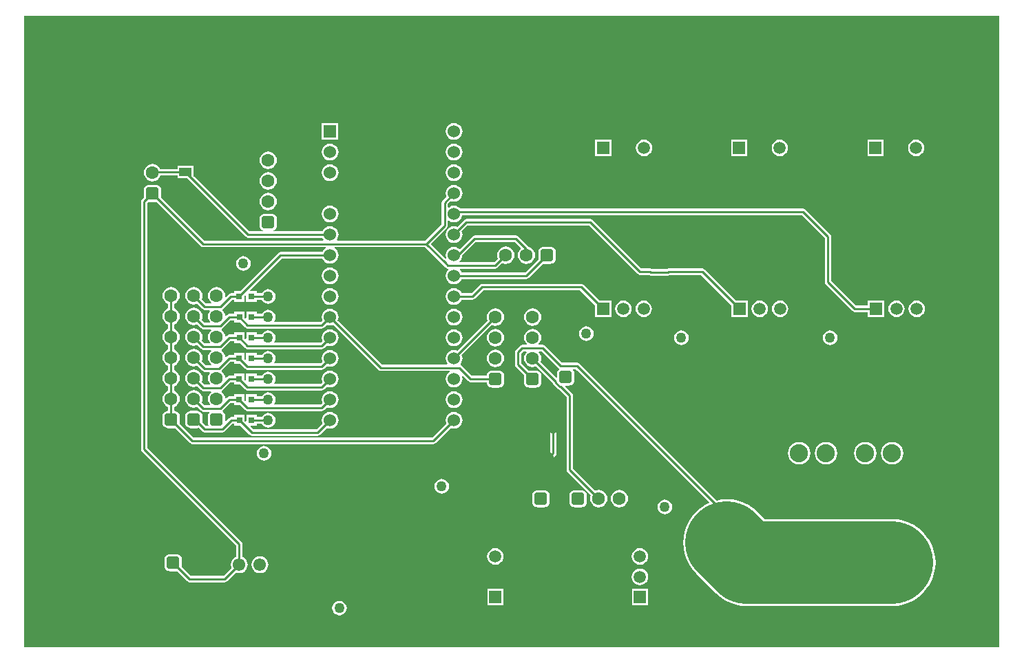
<source format=gbr>
G04*
G04 #@! TF.GenerationSoftware,Altium Limited,Altium Designer,24.1.2 (44)*
G04*
G04 Layer_Physical_Order=1*
G04 Layer_Color=255*
%FSLAX25Y25*%
%MOIN*%
G70*
G04*
G04 #@! TF.SameCoordinates,E3FF4B23-F407-445B-9987-FD0FFFC61A21*
G04*
G04*
G04 #@! TF.FilePolarity,Positive*
G04*
G01*
G75*
%ADD13C,0.01000*%
%ADD15R,0.03150X0.03150*%
%ADD16R,0.05906X0.03937*%
%ADD22C,0.08800*%
%ADD28C,0.06102*%
%ADD29R,0.06102X0.06102*%
%ADD31C,0.40000*%
%ADD32C,0.06000*%
%ADD33R,0.06000X0.06000*%
%ADD34C,0.06299*%
G04:AMPARAMS|DCode=35|XSize=62.99mil|YSize=62.99mil|CornerRadius=15.75mil|HoleSize=0mil|Usage=FLASHONLY|Rotation=90.000|XOffset=0mil|YOffset=0mil|HoleType=Round|Shape=RoundedRectangle|*
%AMROUNDEDRECTD35*
21,1,0.06299,0.03150,0,0,90.0*
21,1,0.03150,0.06299,0,0,90.0*
1,1,0.03150,0.01575,0.01575*
1,1,0.03150,0.01575,-0.01575*
1,1,0.03150,-0.01575,-0.01575*
1,1,0.03150,-0.01575,0.01575*
%
%ADD35ROUNDEDRECTD35*%
G04:AMPARAMS|DCode=36|XSize=62.99mil|YSize=62.99mil|CornerRadius=15.75mil|HoleSize=0mil|Usage=FLASHONLY|Rotation=180.000|XOffset=0mil|YOffset=0mil|HoleType=Round|Shape=RoundedRectangle|*
%AMROUNDEDRECTD36*
21,1,0.06299,0.03150,0,0,180.0*
21,1,0.03150,0.06299,0,0,180.0*
1,1,0.03150,-0.01575,0.01575*
1,1,0.03150,0.01575,0.01575*
1,1,0.03150,0.01575,-0.01575*
1,1,0.03150,-0.01575,-0.01575*
%
%ADD36ROUNDEDRECTD36*%
%ADD37C,0.35000*%
%ADD38R,0.05906X0.05906*%
%ADD39C,0.05906*%
%ADD40C,0.16772*%
%ADD41R,0.05906X0.05906*%
%ADD42C,0.05000*%
G36*
X638000Y234000D02*
X166000D01*
Y540000D01*
X638000D01*
Y234000D01*
D02*
G37*
%LPC*%
G36*
X318000Y488000D02*
X310000D01*
Y480000D01*
X318000D01*
Y488000D01*
D02*
G37*
G36*
X374000Y488034D02*
X372956Y487897D01*
X371983Y487494D01*
X371147Y486853D01*
X370506Y486017D01*
X370103Y485044D01*
X369966Y484000D01*
X370103Y482956D01*
X370506Y481983D01*
X371147Y481147D01*
X371983Y480506D01*
X372956Y480103D01*
X374000Y479965D01*
X375044Y480103D01*
X376017Y480506D01*
X376853Y481147D01*
X377494Y481983D01*
X377897Y482956D01*
X378034Y484000D01*
X377897Y485044D01*
X377494Y486017D01*
X376853Y486853D01*
X376017Y487494D01*
X375044Y487897D01*
X374000Y488034D01*
D02*
G37*
G36*
X581953Y479953D02*
X574047D01*
Y472047D01*
X581953D01*
Y479953D01*
D02*
G37*
G36*
X515953D02*
X508047D01*
Y472047D01*
X515953D01*
Y479953D01*
D02*
G37*
G36*
X450268D02*
X442362D01*
Y472047D01*
X450268D01*
Y479953D01*
D02*
G37*
G36*
X597685Y479987D02*
X596653Y479851D01*
X595692Y479453D01*
X594866Y478819D01*
X594232Y477993D01*
X593834Y477032D01*
X593698Y476000D01*
X593834Y474968D01*
X594232Y474007D01*
X594866Y473181D01*
X595692Y472547D01*
X596653Y472149D01*
X597685Y472013D01*
X598717Y472149D01*
X599679Y472547D01*
X600504Y473181D01*
X601138Y474007D01*
X601536Y474968D01*
X601672Y476000D01*
X601536Y477032D01*
X601138Y477993D01*
X600504Y478819D01*
X599679Y479453D01*
X598717Y479851D01*
X597685Y479987D01*
D02*
G37*
G36*
X531685D02*
X530653Y479851D01*
X529692Y479453D01*
X528866Y478819D01*
X528232Y477993D01*
X527834Y477032D01*
X527698Y476000D01*
X527834Y474968D01*
X528232Y474007D01*
X528866Y473181D01*
X529692Y472547D01*
X530653Y472149D01*
X531685Y472013D01*
X532717Y472149D01*
X533678Y472547D01*
X534504Y473181D01*
X535138Y474007D01*
X535536Y474968D01*
X535672Y476000D01*
X535536Y477032D01*
X535138Y477993D01*
X534504Y478819D01*
X533678Y479453D01*
X532717Y479851D01*
X531685Y479987D01*
D02*
G37*
G36*
X466000D02*
X464968Y479851D01*
X464007Y479453D01*
X463181Y478819D01*
X462547Y477993D01*
X462149Y477032D01*
X462013Y476000D01*
X462149Y474968D01*
X462547Y474007D01*
X463181Y473181D01*
X464007Y472547D01*
X464968Y472149D01*
X466000Y472013D01*
X467032Y472149D01*
X467993Y472547D01*
X468819Y473181D01*
X469453Y474007D01*
X469851Y474968D01*
X469987Y476000D01*
X469851Y477032D01*
X469453Y477993D01*
X468819Y478819D01*
X467993Y479453D01*
X467032Y479851D01*
X466000Y479987D01*
D02*
G37*
G36*
X374000Y478034D02*
X372956Y477897D01*
X371983Y477494D01*
X371147Y476853D01*
X370506Y476017D01*
X370103Y475044D01*
X369966Y474000D01*
X370103Y472956D01*
X370506Y471983D01*
X371147Y471147D01*
X371983Y470506D01*
X372956Y470103D01*
X374000Y469966D01*
X375044Y470103D01*
X376017Y470506D01*
X376853Y471147D01*
X377494Y471983D01*
X377897Y472956D01*
X378034Y474000D01*
X377897Y475044D01*
X377494Y476017D01*
X376853Y476853D01*
X376017Y477494D01*
X375044Y477897D01*
X374000Y478034D01*
D02*
G37*
G36*
X314000D02*
X312956Y477897D01*
X311983Y477494D01*
X311147Y476853D01*
X310506Y476017D01*
X310103Y475044D01*
X309965Y474000D01*
X310103Y472956D01*
X310506Y471983D01*
X311147Y471147D01*
X311983Y470506D01*
X312956Y470103D01*
X314000Y469966D01*
X315044Y470103D01*
X316017Y470506D01*
X316853Y471147D01*
X317494Y471983D01*
X317897Y472956D01*
X318035Y474000D01*
X317897Y475044D01*
X317494Y476017D01*
X316853Y476853D01*
X316017Y477494D01*
X315044Y477897D01*
X314000Y478034D01*
D02*
G37*
G36*
X284000Y474185D02*
X282917Y474043D01*
X281907Y473625D01*
X281041Y472960D01*
X280375Y472093D01*
X279957Y471083D01*
X279815Y470000D01*
X279957Y468917D01*
X280375Y467907D01*
X281041Y467040D01*
X281907Y466375D01*
X282917Y465957D01*
X284000Y465815D01*
X285083Y465957D01*
X286093Y466375D01*
X286960Y467040D01*
X287625Y467907D01*
X288043Y468917D01*
X288185Y470000D01*
X288043Y471083D01*
X287625Y472093D01*
X286960Y472960D01*
X286093Y473625D01*
X285083Y474043D01*
X284000Y474185D01*
D02*
G37*
G36*
X374000Y468035D02*
X372956Y467897D01*
X371983Y467494D01*
X371147Y466853D01*
X370506Y466017D01*
X370103Y465044D01*
X369966Y464000D01*
X370103Y462956D01*
X370506Y461983D01*
X371147Y461147D01*
X371983Y460506D01*
X372956Y460103D01*
X374000Y459966D01*
X375044Y460103D01*
X376017Y460506D01*
X376853Y461147D01*
X377494Y461983D01*
X377897Y462956D01*
X378034Y464000D01*
X377897Y465044D01*
X377494Y466017D01*
X376853Y466853D01*
X376017Y467494D01*
X375044Y467897D01*
X374000Y468035D01*
D02*
G37*
G36*
X314000D02*
X312956Y467897D01*
X311983Y467494D01*
X311147Y466853D01*
X310506Y466017D01*
X310103Y465044D01*
X309965Y464000D01*
X310103Y462956D01*
X310506Y461983D01*
X311147Y461147D01*
X311983Y460506D01*
X312956Y460103D01*
X314000Y459966D01*
X315044Y460103D01*
X316017Y460506D01*
X316853Y461147D01*
X317494Y461983D01*
X317897Y462956D01*
X318035Y464000D01*
X317897Y465044D01*
X317494Y466017D01*
X316853Y466853D01*
X316017Y467494D01*
X315044Y467897D01*
X314000Y468035D01*
D02*
G37*
G36*
X284000Y464185D02*
X282917Y464043D01*
X281907Y463625D01*
X281041Y462959D01*
X280375Y462093D01*
X279957Y461083D01*
X279815Y460000D01*
X279957Y458917D01*
X280375Y457907D01*
X281041Y457041D01*
X281907Y456375D01*
X282917Y455957D01*
X284000Y455815D01*
X285083Y455957D01*
X286093Y456375D01*
X286960Y457041D01*
X287625Y457907D01*
X288043Y458917D01*
X288185Y460000D01*
X288043Y461083D01*
X287625Y462093D01*
X286960Y462959D01*
X286093Y463625D01*
X285083Y464043D01*
X284000Y464185D01*
D02*
G37*
G36*
Y454185D02*
X282917Y454043D01*
X281907Y453625D01*
X281041Y452959D01*
X280375Y452093D01*
X279957Y451083D01*
X279815Y450000D01*
X279957Y448917D01*
X280375Y447907D01*
X281041Y447041D01*
X281907Y446375D01*
X282917Y445957D01*
X284000Y445815D01*
X285083Y445957D01*
X286093Y446375D01*
X286960Y447041D01*
X287625Y447907D01*
X288043Y448917D01*
X288185Y450000D01*
X288043Y451083D01*
X287625Y452093D01*
X286960Y452959D01*
X286093Y453625D01*
X285083Y454043D01*
X284000Y454185D01*
D02*
G37*
G36*
X314000Y448034D02*
X312956Y447897D01*
X311983Y447494D01*
X311147Y446853D01*
X310506Y446017D01*
X310103Y445044D01*
X309965Y444000D01*
X310103Y442956D01*
X310506Y441983D01*
X311147Y441147D01*
X311983Y440506D01*
X312956Y440103D01*
X314000Y439965D01*
X315044Y440103D01*
X316017Y440506D01*
X316853Y441147D01*
X317494Y441983D01*
X317897Y442956D01*
X318035Y444000D01*
X317897Y445044D01*
X317494Y446017D01*
X316853Y446853D01*
X316017Y447494D01*
X315044Y447897D01*
X314000Y448034D01*
D02*
G37*
G36*
X228000Y468185D02*
X226917Y468043D01*
X225907Y467625D01*
X225041Y466959D01*
X224375Y466093D01*
X223957Y465083D01*
X223815Y464000D01*
X223957Y462917D01*
X224375Y461907D01*
X225041Y461040D01*
X225907Y460375D01*
X226917Y459957D01*
X228000Y459815D01*
X229083Y459957D01*
X230093Y460375D01*
X230960Y461040D01*
X231625Y461907D01*
X231982Y462770D01*
X240047D01*
Y461331D01*
X244806D01*
X273218Y432919D01*
X273714Y432587D01*
X274299Y432471D01*
X310304D01*
X310506Y431983D01*
X310854Y431529D01*
X310607Y431029D01*
X253134D01*
X232121Y452042D01*
X232172Y452425D01*
Y455575D01*
X232083Y456247D01*
X231824Y456873D01*
X231411Y457411D01*
X230873Y457824D01*
X230247Y458083D01*
X229575Y458172D01*
X226425D01*
X225753Y458083D01*
X225127Y457824D01*
X224589Y457411D01*
X224176Y456873D01*
X223917Y456247D01*
X223828Y455575D01*
Y452425D01*
X223879Y452042D01*
X222919Y451081D01*
X222587Y450585D01*
X222471Y450000D01*
Y330000D01*
X222587Y329415D01*
X222919Y328919D01*
X268471Y283366D01*
Y277751D01*
X267957Y277539D01*
X267111Y276889D01*
X266461Y276043D01*
X266053Y275058D01*
X265914Y274000D01*
X266053Y272942D01*
X266266Y272429D01*
X262367Y268529D01*
X246634D01*
X242121Y273042D01*
X242172Y273425D01*
Y276575D01*
X242083Y277247D01*
X241824Y277873D01*
X241411Y278411D01*
X240873Y278824D01*
X240247Y279083D01*
X239575Y279172D01*
X236425D01*
X235753Y279083D01*
X235127Y278824D01*
X234589Y278411D01*
X234176Y277873D01*
X233917Y277247D01*
X233828Y276575D01*
Y273425D01*
X233917Y272753D01*
X234176Y272127D01*
X234589Y271589D01*
X235127Y271176D01*
X235753Y270917D01*
X236425Y270828D01*
X239575D01*
X239958Y270879D01*
X244919Y265919D01*
X245415Y265587D01*
X246000Y265471D01*
X263000D01*
X263585Y265587D01*
X264081Y265919D01*
X268429Y270266D01*
X268942Y270053D01*
X270000Y269914D01*
X271058Y270053D01*
X272043Y270461D01*
X272889Y271111D01*
X273539Y271957D01*
X273947Y272942D01*
X274086Y274000D01*
X273947Y275058D01*
X273539Y276043D01*
X272889Y276889D01*
X272043Y277539D01*
X271529Y277751D01*
Y284000D01*
X271413Y284585D01*
X271081Y285081D01*
X225529Y330633D01*
Y449367D01*
X226042Y449879D01*
X226425Y449828D01*
X229575D01*
X229958Y449879D01*
X251419Y428419D01*
X251915Y428087D01*
X252500Y427971D01*
X311700D01*
X311955Y427524D01*
X311952Y427471D01*
X311147Y426853D01*
X310506Y426017D01*
X310304Y425529D01*
X290000D01*
X289415Y425413D01*
X288919Y425081D01*
X270412Y406575D01*
X267425D01*
Y405529D01*
X266000D01*
X265415Y405413D01*
X264919Y405081D01*
X263615Y403778D01*
X263141Y404011D01*
X263185Y404347D01*
X263043Y405430D01*
X262625Y406439D01*
X261960Y407306D01*
X261093Y407971D01*
X260083Y408389D01*
X259000Y408532D01*
X257917Y408389D01*
X256907Y407971D01*
X256041Y407306D01*
X255375Y406439D01*
X254957Y405430D01*
X254815Y404347D01*
X254957Y403263D01*
X255375Y402254D01*
X256041Y401387D01*
X256506Y401029D01*
X256337Y400529D01*
X253980D01*
X251810Y402700D01*
X252043Y403263D01*
X252185Y404347D01*
X252043Y405430D01*
X251625Y406439D01*
X250959Y407306D01*
X250093Y407971D01*
X249083Y408389D01*
X248000Y408532D01*
X246917Y408389D01*
X245907Y407971D01*
X245040Y407306D01*
X244375Y406439D01*
X243957Y405430D01*
X243815Y404347D01*
X243957Y403263D01*
X244375Y402254D01*
X245040Y401387D01*
X245907Y400722D01*
X246917Y400304D01*
X248000Y400161D01*
X249083Y400304D01*
X249647Y400537D01*
X252265Y397919D01*
X252761Y397587D01*
X253346Y397471D01*
X255537D01*
X255783Y396971D01*
X255375Y396439D01*
X254957Y395430D01*
X254815Y394346D01*
X254957Y393263D01*
X255375Y392254D01*
X255780Y391726D01*
X255534Y391226D01*
X253283D01*
X251810Y392700D01*
X252043Y393263D01*
X252185Y394346D01*
X252043Y395430D01*
X251625Y396439D01*
X250959Y397306D01*
X250093Y397971D01*
X249083Y398389D01*
X248000Y398532D01*
X246917Y398389D01*
X245907Y397971D01*
X245040Y397306D01*
X244375Y396439D01*
X243957Y395430D01*
X243815Y394346D01*
X243957Y393263D01*
X244375Y392254D01*
X245040Y391387D01*
X245907Y390722D01*
X246917Y390304D01*
X248000Y390161D01*
X249083Y390304D01*
X249647Y390537D01*
X251568Y388615D01*
X252064Y388284D01*
X252650Y388168D01*
X256342D01*
X256511Y387667D01*
X256041Y387306D01*
X255375Y386439D01*
X254957Y385430D01*
X254815Y384347D01*
X254957Y383263D01*
X255375Y382254D01*
X255780Y381726D01*
X255534Y381226D01*
X253283D01*
X251810Y382700D01*
X252043Y383263D01*
X252185Y384347D01*
X252043Y385430D01*
X251625Y386439D01*
X250959Y387306D01*
X250093Y387971D01*
X249083Y388389D01*
X248000Y388532D01*
X246917Y388389D01*
X245907Y387971D01*
X245040Y387306D01*
X244375Y386439D01*
X243957Y385430D01*
X243815Y384347D01*
X243957Y383263D01*
X244375Y382254D01*
X245040Y381387D01*
X245907Y380722D01*
X246917Y380304D01*
X248000Y380161D01*
X249083Y380304D01*
X249647Y380537D01*
X251568Y378615D01*
X252064Y378284D01*
X252650Y378168D01*
X256342D01*
X256511Y377667D01*
X256041Y377306D01*
X255375Y376439D01*
X254957Y375430D01*
X254815Y374346D01*
X254957Y373263D01*
X255375Y372254D01*
X256041Y371387D01*
X256506Y371029D01*
X256337Y370529D01*
X253980D01*
X251810Y372700D01*
X252043Y373263D01*
X252185Y374346D01*
X252043Y375430D01*
X251625Y376439D01*
X250959Y377306D01*
X250093Y377971D01*
X249083Y378389D01*
X248000Y378532D01*
X246917Y378389D01*
X245907Y377971D01*
X245040Y377306D01*
X244375Y376439D01*
X243957Y375430D01*
X243815Y374346D01*
X243957Y373263D01*
X244375Y372254D01*
X245040Y371387D01*
X245907Y370722D01*
X246917Y370304D01*
X248000Y370161D01*
X249083Y370304D01*
X249647Y370537D01*
X252265Y367919D01*
X252761Y367587D01*
X253346Y367471D01*
X255537D01*
X255783Y366971D01*
X255375Y366439D01*
X254957Y365430D01*
X254815Y364347D01*
X254957Y363263D01*
X255375Y362254D01*
X255780Y361726D01*
X255534Y361226D01*
X253283D01*
X251810Y362700D01*
X252043Y363263D01*
X252185Y364347D01*
X252043Y365430D01*
X251625Y366439D01*
X250959Y367306D01*
X250093Y367971D01*
X249083Y368389D01*
X248000Y368532D01*
X246917Y368389D01*
X245907Y367971D01*
X245040Y367306D01*
X244375Y366439D01*
X243957Y365430D01*
X243815Y364347D01*
X243957Y363263D01*
X244375Y362254D01*
X245040Y361387D01*
X245907Y360722D01*
X246917Y360304D01*
X248000Y360161D01*
X249083Y360304D01*
X249647Y360537D01*
X251568Y358615D01*
X252064Y358284D01*
X252650Y358168D01*
X256342D01*
X256511Y357667D01*
X256041Y357306D01*
X255375Y356439D01*
X254957Y355430D01*
X254815Y354346D01*
X254957Y353263D01*
X255375Y352254D01*
X255780Y351726D01*
X255534Y351226D01*
X253283D01*
X251810Y352700D01*
X252043Y353263D01*
X252185Y354346D01*
X252043Y355430D01*
X251625Y356439D01*
X250959Y357306D01*
X250093Y357971D01*
X249083Y358389D01*
X248000Y358532D01*
X246917Y358389D01*
X245907Y357971D01*
X245040Y357306D01*
X244375Y356439D01*
X243957Y355430D01*
X243815Y354346D01*
X243957Y353263D01*
X244375Y352254D01*
X245040Y351387D01*
X245907Y350722D01*
X246917Y350304D01*
X248000Y350161D01*
X249083Y350304D01*
X249647Y350537D01*
X251568Y348615D01*
X252064Y348284D01*
X252650Y348167D01*
X255375D01*
X255520Y347668D01*
X255176Y347220D01*
X254917Y346593D01*
X254828Y345921D01*
Y342772D01*
X254917Y342099D01*
X255071Y341726D01*
X254770Y341226D01*
X253846D01*
X252172Y342901D01*
Y345921D01*
X252083Y346593D01*
X251824Y347220D01*
X251411Y347758D01*
X250873Y348170D01*
X250247Y348430D01*
X249575Y348518D01*
X246425D01*
X245753Y348430D01*
X245127Y348170D01*
X244589Y347758D01*
X244176Y347220D01*
X243917Y346593D01*
X243828Y345921D01*
Y342772D01*
X243917Y342099D01*
X244176Y341473D01*
X244589Y340935D01*
X245127Y340523D01*
X245753Y340263D01*
X246425Y340175D01*
X249575D01*
X250247Y340263D01*
X250414Y340333D01*
X252131Y338615D01*
X252628Y338284D01*
X253213Y338168D01*
X261848D01*
X262434Y338284D01*
X262930Y338615D01*
X266785Y342471D01*
X267520D01*
Y341425D01*
X270506D01*
X275013Y336919D01*
X275509Y336587D01*
X276095Y336471D01*
X308000D01*
X308585Y336587D01*
X309081Y336919D01*
X312468Y340305D01*
X312956Y340103D01*
X314000Y339966D01*
X315044Y340103D01*
X316017Y340506D01*
X316853Y341147D01*
X317494Y341983D01*
X317897Y342956D01*
X318035Y344000D01*
X317897Y345044D01*
X317494Y346017D01*
X316853Y346853D01*
X316017Y347494D01*
X315044Y347897D01*
X314000Y348035D01*
X312956Y347897D01*
X311983Y347494D01*
X311147Y346853D01*
X310506Y346017D01*
X310103Y345044D01*
X309965Y344000D01*
X310103Y342956D01*
X310305Y342468D01*
X307366Y339529D01*
X276728D01*
X275294Y340963D01*
X275485Y341425D01*
X278575D01*
Y342471D01*
X280845D01*
X280943Y342235D01*
X281504Y341504D01*
X282235Y340943D01*
X283086Y340590D01*
X284000Y340470D01*
X284914Y340590D01*
X285765Y340943D01*
X286496Y341504D01*
X287057Y342235D01*
X287410Y343086D01*
X287530Y344000D01*
X287410Y344914D01*
X287057Y345765D01*
X286496Y346496D01*
X285765Y347057D01*
X284914Y347410D01*
X284000Y347530D01*
X283086Y347410D01*
X282235Y347057D01*
X281504Y346496D01*
X280943Y345765D01*
X280845Y345529D01*
X278575D01*
Y346575D01*
X273425D01*
Y343640D01*
X272948Y343430D01*
X272669Y343653D01*
Y346575D01*
X267520D01*
Y345529D01*
X266152D01*
X265566Y345413D01*
X265070Y345081D01*
X263634Y343645D01*
X263172Y343836D01*
Y345921D01*
X263083Y346593D01*
X262824Y347220D01*
X262411Y347758D01*
X262045Y348039D01*
X262004Y348614D01*
X262007Y348615D01*
X265863Y352471D01*
X267425D01*
Y351425D01*
X270412D01*
X272919Y348919D01*
X273415Y348587D01*
X274000Y348471D01*
X310000D01*
X310585Y348587D01*
X311081Y348919D01*
X312468Y350305D01*
X312956Y350103D01*
X314000Y349966D01*
X315044Y350103D01*
X316017Y350506D01*
X316853Y351147D01*
X317494Y351983D01*
X317897Y352956D01*
X318035Y354000D01*
X317897Y355044D01*
X317494Y356017D01*
X316853Y356853D01*
X316017Y357494D01*
X315044Y357897D01*
X314000Y358034D01*
X312956Y357897D01*
X311983Y357494D01*
X311147Y356853D01*
X310506Y356017D01*
X310103Y355044D01*
X309965Y354000D01*
X310103Y352956D01*
X310305Y352468D01*
X309366Y351529D01*
X287081D01*
X286860Y351978D01*
X287057Y352235D01*
X287410Y353086D01*
X287530Y354000D01*
X287410Y354914D01*
X287057Y355765D01*
X286496Y356496D01*
X285765Y357057D01*
X284914Y357410D01*
X284000Y357530D01*
X283086Y357410D01*
X282235Y357057D01*
X281504Y356496D01*
X280943Y355765D01*
X280845Y355529D01*
X278480D01*
Y356575D01*
X273331D01*
Y353640D01*
X272854Y353430D01*
X272575Y353653D01*
Y356575D01*
X267425D01*
Y355529D01*
X265229D01*
X264644Y355413D01*
X264148Y355081D01*
X263657Y354591D01*
X263130Y354770D01*
X263043Y355430D01*
X262625Y356439D01*
X261960Y357306D01*
X261383Y357749D01*
X261507Y358283D01*
X261511Y358284D01*
X262007Y358615D01*
X265863Y362471D01*
X267425D01*
Y361425D01*
X270412D01*
X272919Y358919D01*
X273415Y358587D01*
X274000Y358471D01*
X310000D01*
X310585Y358587D01*
X311081Y358919D01*
X312468Y360305D01*
X312956Y360103D01*
X314000Y359965D01*
X315044Y360103D01*
X316017Y360506D01*
X316853Y361147D01*
X317494Y361983D01*
X317897Y362956D01*
X318035Y364000D01*
X317897Y365044D01*
X317494Y366017D01*
X316853Y366853D01*
X316017Y367494D01*
X315044Y367897D01*
X314000Y368035D01*
X312956Y367897D01*
X311983Y367494D01*
X311147Y366853D01*
X310506Y366017D01*
X310103Y365044D01*
X309965Y364000D01*
X310103Y362956D01*
X310305Y362468D01*
X309366Y361529D01*
X287081D01*
X286860Y361978D01*
X287057Y362235D01*
X287410Y363086D01*
X287530Y364000D01*
X287410Y364914D01*
X287057Y365765D01*
X286496Y366496D01*
X285765Y367057D01*
X284914Y367410D01*
X284000Y367530D01*
X283086Y367410D01*
X282235Y367057D01*
X281504Y366496D01*
X280943Y365765D01*
X280845Y365529D01*
X278480D01*
Y366575D01*
X273331D01*
Y363640D01*
X272854Y363430D01*
X272575Y363653D01*
Y366575D01*
X267425D01*
Y365529D01*
X265229D01*
X264644Y365413D01*
X264148Y365081D01*
X263657Y364591D01*
X263130Y364771D01*
X263043Y365430D01*
X262625Y366439D01*
X261960Y367306D01*
X261637Y367554D01*
X261602Y368210D01*
X265863Y372471D01*
X267425D01*
Y371425D01*
X270412D01*
X272919Y368919D01*
X273415Y368587D01*
X274000Y368471D01*
X310000D01*
X310585Y368587D01*
X311081Y368919D01*
X312468Y370305D01*
X312956Y370103D01*
X314000Y369966D01*
X315044Y370103D01*
X316017Y370506D01*
X316853Y371147D01*
X317494Y371983D01*
X317897Y372956D01*
X318035Y374000D01*
X317897Y375044D01*
X317494Y376017D01*
X316853Y376853D01*
X316017Y377494D01*
X315044Y377897D01*
X314000Y378034D01*
X312956Y377897D01*
X311983Y377494D01*
X311147Y376853D01*
X310506Y376017D01*
X310103Y375044D01*
X309965Y374000D01*
X310103Y372956D01*
X310305Y372468D01*
X309366Y371529D01*
X287081D01*
X286860Y371978D01*
X287057Y372235D01*
X287410Y373086D01*
X287530Y374000D01*
X287410Y374914D01*
X287057Y375765D01*
X286496Y376496D01*
X285765Y377057D01*
X284914Y377410D01*
X284000Y377530D01*
X283086Y377410D01*
X282235Y377057D01*
X281504Y376496D01*
X280943Y375765D01*
X280845Y375529D01*
X278480D01*
Y376575D01*
X273331D01*
Y373640D01*
X272854Y373430D01*
X272575Y373653D01*
Y376575D01*
X267425D01*
Y375529D01*
X265229D01*
X264644Y375413D01*
X264148Y375081D01*
X263657Y374591D01*
X263130Y374770D01*
X263043Y375430D01*
X262625Y376439D01*
X261960Y377306D01*
X261383Y377748D01*
X261507Y378283D01*
X261511Y378284D01*
X262007Y378615D01*
X265863Y382471D01*
X267520D01*
Y381425D01*
X270412D01*
X272919Y378919D01*
X273415Y378587D01*
X274000Y378471D01*
X310000D01*
X310585Y378587D01*
X311081Y378919D01*
X312468Y380305D01*
X312956Y380103D01*
X314000Y379965D01*
X315044Y380103D01*
X316017Y380506D01*
X316853Y381147D01*
X317494Y381983D01*
X317897Y382956D01*
X318035Y384000D01*
X317897Y385044D01*
X317494Y386017D01*
X316853Y386853D01*
X316017Y387494D01*
X315044Y387897D01*
X314000Y388035D01*
X312956Y387897D01*
X311983Y387494D01*
X311147Y386853D01*
X310506Y386017D01*
X310103Y385044D01*
X309965Y384000D01*
X310103Y382956D01*
X310305Y382468D01*
X309366Y381529D01*
X287081D01*
X286860Y381978D01*
X287057Y382235D01*
X287410Y383086D01*
X287530Y384000D01*
X287410Y384914D01*
X287057Y385765D01*
X286496Y386496D01*
X285765Y387057D01*
X284914Y387410D01*
X284000Y387530D01*
X283086Y387410D01*
X282235Y387057D01*
X281504Y386496D01*
X280943Y385765D01*
X280845Y385529D01*
X278575D01*
Y386575D01*
X273425D01*
Y383545D01*
X272948Y383335D01*
X272669Y383559D01*
Y386575D01*
X267520D01*
Y385529D01*
X265229D01*
X264644Y385413D01*
X264148Y385081D01*
X263657Y384591D01*
X263130Y384770D01*
X263043Y385430D01*
X262625Y386439D01*
X261960Y387306D01*
X261383Y387749D01*
X261507Y388283D01*
X261511Y388284D01*
X262007Y388615D01*
X265863Y392471D01*
X267520D01*
Y391425D01*
X270412D01*
X272919Y388919D01*
X273415Y388587D01*
X274000Y388471D01*
X310000D01*
X310585Y388587D01*
X311081Y388919D01*
X312468Y390305D01*
X312956Y390103D01*
X314000Y389966D01*
X315044Y390103D01*
X315532Y390305D01*
X337419Y368419D01*
X337915Y368087D01*
X338500Y367971D01*
X371700D01*
X371955Y367524D01*
X371952Y367471D01*
X371147Y366853D01*
X370506Y366017D01*
X370103Y365044D01*
X369966Y364000D01*
X370103Y362956D01*
X370506Y361983D01*
X371147Y361147D01*
X371983Y360506D01*
X372956Y360103D01*
X374000Y359965D01*
X375044Y360103D01*
X376017Y360506D01*
X376853Y361147D01*
X377494Y361983D01*
X377897Y362956D01*
X378034Y364000D01*
X377897Y365044D01*
X377764Y365366D01*
X378187Y365650D01*
X380919Y362919D01*
X381415Y362587D01*
X382000Y362471D01*
X389828D01*
Y362425D01*
X389917Y361753D01*
X390176Y361127D01*
X390589Y360589D01*
X391127Y360176D01*
X391753Y359917D01*
X392425Y359828D01*
X395575D01*
X396247Y359917D01*
X396873Y360176D01*
X397411Y360589D01*
X397824Y361127D01*
X398083Y361753D01*
X398172Y362425D01*
Y365575D01*
X398083Y366247D01*
X397824Y366873D01*
X397411Y367411D01*
X396873Y367824D01*
X396247Y368083D01*
X395575Y368172D01*
X392425D01*
X391753Y368083D01*
X391127Y367824D01*
X390589Y367411D01*
X390176Y366873D01*
X389917Y366247D01*
X389828Y365575D01*
Y365529D01*
X382633D01*
X377581Y370581D01*
X377218Y370824D01*
X377072Y371294D01*
X377067Y371426D01*
X377494Y371983D01*
X377897Y372956D01*
X378034Y374000D01*
X377897Y375044D01*
X377695Y375532D01*
X392353Y390191D01*
X392917Y389957D01*
X394000Y389815D01*
X395083Y389957D01*
X396093Y390375D01*
X396959Y391040D01*
X397625Y391907D01*
X398043Y392917D01*
X398185Y394000D01*
X398043Y395083D01*
X397625Y396093D01*
X396959Y396959D01*
X396093Y397625D01*
X395083Y398043D01*
X394000Y398185D01*
X392917Y398043D01*
X391907Y397625D01*
X391040Y396959D01*
X390375Y396093D01*
X389957Y395083D01*
X389815Y394000D01*
X389957Y392917D01*
X390191Y392353D01*
X375532Y377695D01*
X375044Y377897D01*
X374000Y378034D01*
X372956Y377897D01*
X371983Y377494D01*
X371147Y376853D01*
X370506Y376017D01*
X370103Y375044D01*
X369966Y374000D01*
X370103Y372956D01*
X370506Y371983D01*
X370854Y371529D01*
X370607Y371029D01*
X339134D01*
X317695Y392468D01*
X317897Y392956D01*
X318035Y394000D01*
X317897Y395044D01*
X317494Y396017D01*
X316853Y396853D01*
X316017Y397494D01*
X315044Y397897D01*
X314000Y398035D01*
X312956Y397897D01*
X311983Y397494D01*
X311147Y396853D01*
X310506Y396017D01*
X310103Y395044D01*
X309965Y394000D01*
X310103Y392956D01*
X310305Y392468D01*
X309366Y391529D01*
X287081D01*
X286860Y391978D01*
X287057Y392235D01*
X287410Y393086D01*
X287530Y394000D01*
X287410Y394914D01*
X287057Y395765D01*
X286496Y396496D01*
X285765Y397057D01*
X284914Y397410D01*
X284000Y397530D01*
X283086Y397410D01*
X282235Y397057D01*
X281504Y396496D01*
X280943Y395765D01*
X280845Y395529D01*
X278575D01*
Y396575D01*
X273425D01*
Y393545D01*
X272948Y393335D01*
X272669Y393559D01*
Y396575D01*
X267520D01*
Y395529D01*
X265229D01*
X264644Y395413D01*
X264148Y395081D01*
X263657Y394591D01*
X263130Y394771D01*
X263043Y395430D01*
X262625Y396439D01*
X261995Y397260D01*
X261934Y397439D01*
X261946Y397828D01*
X262081Y397919D01*
X266634Y402471D01*
X267425D01*
Y401425D01*
X272575D01*
Y404347D01*
X272854Y404570D01*
X273331Y404360D01*
Y401425D01*
X278480D01*
Y402471D01*
X280845D01*
X280943Y402235D01*
X281504Y401504D01*
X282235Y400943D01*
X283086Y400590D01*
X284000Y400470D01*
X284914Y400590D01*
X285765Y400943D01*
X286496Y401504D01*
X287057Y402235D01*
X287410Y403086D01*
X287530Y404000D01*
X287410Y404914D01*
X287057Y405765D01*
X286496Y406496D01*
X285765Y407057D01*
X284914Y407410D01*
X284000Y407530D01*
X283086Y407410D01*
X282235Y407057D01*
X281504Y406496D01*
X280943Y405765D01*
X280845Y405529D01*
X278480D01*
Y406575D01*
X275391D01*
X275200Y407037D01*
X290634Y422471D01*
X310304D01*
X310506Y421983D01*
X311147Y421147D01*
X311983Y420506D01*
X312956Y420103D01*
X314000Y419966D01*
X315044Y420103D01*
X316017Y420506D01*
X316853Y421147D01*
X317494Y421983D01*
X317897Y422956D01*
X318035Y424000D01*
X317897Y425044D01*
X317494Y426017D01*
X316853Y426853D01*
X316048Y427471D01*
X316045Y427524D01*
X316300Y427971D01*
X359866D01*
X368693Y419144D01*
X368693Y419144D01*
X369918Y417919D01*
X370415Y417587D01*
X371000Y417471D01*
X371175D01*
X371335Y416997D01*
X371147Y416853D01*
X370506Y416017D01*
X370103Y415044D01*
X369966Y414000D01*
X370103Y412956D01*
X370506Y411983D01*
X371147Y411147D01*
X371983Y410506D01*
X372956Y410103D01*
X374000Y409966D01*
X375044Y410103D01*
X376017Y410506D01*
X376853Y411147D01*
X377494Y411983D01*
X377696Y412471D01*
X409000D01*
X409585Y412587D01*
X410081Y412919D01*
X417042Y419879D01*
X417425Y419828D01*
X420575D01*
X421247Y419917D01*
X421873Y420176D01*
X422411Y420589D01*
X422824Y421127D01*
X423083Y421753D01*
X423172Y422425D01*
Y425575D01*
X423083Y426247D01*
X422824Y426873D01*
X422411Y427411D01*
X421873Y427824D01*
X421247Y428083D01*
X420575Y428172D01*
X417425D01*
X416753Y428083D01*
X416127Y427824D01*
X415589Y427411D01*
X415176Y426873D01*
X414917Y426247D01*
X414828Y425575D01*
Y422425D01*
X414879Y422042D01*
X408366Y415529D01*
X377696D01*
X377494Y416017D01*
X376853Y416853D01*
X376665Y416997D01*
X376825Y417471D01*
X387734D01*
X387734Y417471D01*
X394000D01*
X394585Y417587D01*
X395081Y417918D01*
X397353Y420190D01*
X397917Y419957D01*
X399000Y419815D01*
X400083Y419957D01*
X401093Y420375D01*
X401960Y421040D01*
X402625Y421907D01*
X403043Y422917D01*
X403185Y424000D01*
X403043Y425083D01*
X402625Y426093D01*
X401960Y426960D01*
X401093Y427625D01*
X400083Y428043D01*
X399000Y428185D01*
X397917Y428043D01*
X396907Y427625D01*
X396041Y426960D01*
X395375Y426093D01*
X394957Y425083D01*
X394815Y424000D01*
X394957Y422917D01*
X395191Y422353D01*
X393367Y420529D01*
X387734D01*
X387734Y420529D01*
X376825D01*
X376665Y421003D01*
X376853Y421147D01*
X377494Y421983D01*
X377897Y422956D01*
X378015Y423852D01*
X384633Y430471D01*
X403367D01*
X406246Y427591D01*
X406213Y427092D01*
X406040Y426960D01*
X405375Y426093D01*
X404957Y425083D01*
X404815Y424000D01*
X404957Y422917D01*
X405375Y421907D01*
X406040Y421040D01*
X406907Y420375D01*
X407917Y419957D01*
X409000Y419815D01*
X410083Y419957D01*
X411093Y420375D01*
X411960Y421040D01*
X412625Y421907D01*
X413043Y422917D01*
X413185Y424000D01*
X413043Y425083D01*
X412625Y426093D01*
X411960Y426960D01*
X411093Y427625D01*
X410116Y428029D01*
X410081Y428081D01*
X405081Y433081D01*
X404585Y433413D01*
X404000Y433529D01*
X384000D01*
X383415Y433413D01*
X382919Y433081D01*
X376761Y426924D01*
X376017Y427494D01*
X375044Y427897D01*
X374000Y428034D01*
X372956Y427897D01*
X371983Y427494D01*
X371147Y426853D01*
X370506Y426017D01*
X370103Y425044D01*
X369966Y424000D01*
X370103Y422956D01*
X370236Y422634D01*
X369812Y422350D01*
X362663Y429500D01*
X370581Y437419D01*
X370913Y437915D01*
X371029Y438500D01*
Y440607D01*
X371529Y440854D01*
X371983Y440506D01*
X372956Y440103D01*
X374000Y439965D01*
X375044Y440103D01*
X376017Y440506D01*
X376853Y441147D01*
X377494Y441983D01*
X377897Y442956D01*
X377965Y443471D01*
X542367D01*
X553471Y432367D01*
Y411000D01*
X553587Y410415D01*
X553919Y409919D01*
X566919Y396919D01*
X567415Y396587D01*
X568000Y396471D01*
X568000Y396471D01*
X574362D01*
Y394047D01*
X582268D01*
Y401953D01*
X574362D01*
Y399529D01*
X568634D01*
X556529Y411633D01*
Y433000D01*
X556413Y433585D01*
X556081Y434081D01*
X544081Y446081D01*
X543585Y446413D01*
X543000Y446529D01*
X377101D01*
X376853Y446853D01*
X376017Y447494D01*
X375044Y447897D01*
X374000Y448034D01*
X372956Y447897D01*
X371983Y447494D01*
X371529Y447146D01*
X371029Y447393D01*
Y448867D01*
X372468Y450305D01*
X372956Y450103D01*
X374000Y449965D01*
X375044Y450103D01*
X376017Y450506D01*
X376853Y451147D01*
X377494Y451983D01*
X377897Y452956D01*
X378034Y454000D01*
X377897Y455044D01*
X377494Y456017D01*
X376853Y456853D01*
X376017Y457494D01*
X375044Y457897D01*
X374000Y458035D01*
X372956Y457897D01*
X371983Y457494D01*
X371147Y456853D01*
X370506Y456017D01*
X370103Y455044D01*
X369966Y454000D01*
X370103Y452956D01*
X370305Y452468D01*
X368419Y450581D01*
X368087Y450085D01*
X367971Y449500D01*
Y439134D01*
X359866Y431029D01*
X317393D01*
X317146Y431529D01*
X317494Y431983D01*
X317897Y432956D01*
X318035Y434000D01*
X317897Y435044D01*
X317494Y436017D01*
X316853Y436853D01*
X316017Y437494D01*
X315044Y437897D01*
X314000Y438034D01*
X312956Y437897D01*
X311983Y437494D01*
X311147Y436853D01*
X310506Y436017D01*
X310304Y435529D01*
X286619D01*
X286519Y436029D01*
X286873Y436176D01*
X287411Y436589D01*
X287824Y437127D01*
X288083Y437753D01*
X288172Y438425D01*
Y441575D01*
X288083Y442247D01*
X287824Y442873D01*
X287411Y443411D01*
X286873Y443824D01*
X286247Y444083D01*
X285575Y444172D01*
X282425D01*
X281753Y444083D01*
X281127Y443824D01*
X280589Y443411D01*
X280176Y442873D01*
X279917Y442247D01*
X279828Y441575D01*
Y438425D01*
X279917Y437753D01*
X280176Y437127D01*
X280589Y436589D01*
X281127Y436176D01*
X281481Y436029D01*
X281381Y435529D01*
X274933D01*
X247953Y462509D01*
Y467268D01*
X240047D01*
Y465829D01*
X231734D01*
X231625Y466093D01*
X230960Y466959D01*
X230093Y467625D01*
X229083Y468043D01*
X228000Y468185D01*
D02*
G37*
G36*
X272000Y423530D02*
X271086Y423410D01*
X270235Y423057D01*
X269504Y422496D01*
X268943Y421765D01*
X268590Y420914D01*
X268470Y420000D01*
X268590Y419086D01*
X268943Y418235D01*
X269504Y417504D01*
X270235Y416943D01*
X271086Y416590D01*
X272000Y416470D01*
X272914Y416590D01*
X273765Y416943D01*
X274496Y417504D01*
X275057Y418235D01*
X275410Y419086D01*
X275530Y420000D01*
X275410Y420914D01*
X275057Y421765D01*
X274496Y422496D01*
X273765Y423057D01*
X272914Y423410D01*
X272000Y423530D01*
D02*
G37*
G36*
X314000Y418035D02*
X312956Y417897D01*
X311983Y417494D01*
X311147Y416853D01*
X310506Y416017D01*
X310103Y415044D01*
X309965Y414000D01*
X310103Y412956D01*
X310506Y411983D01*
X311147Y411147D01*
X311983Y410506D01*
X312956Y410103D01*
X314000Y409966D01*
X315044Y410103D01*
X316017Y410506D01*
X316853Y411147D01*
X317494Y411983D01*
X317897Y412956D01*
X318035Y414000D01*
X317897Y415044D01*
X317494Y416017D01*
X316853Y416853D01*
X316017Y417494D01*
X315044Y417897D01*
X314000Y418035D01*
D02*
G37*
G36*
X435508Y410179D02*
X387650D01*
X387064Y410063D01*
X386568Y409731D01*
X382366Y405529D01*
X377696D01*
X377494Y406017D01*
X376853Y406853D01*
X376017Y407494D01*
X375044Y407897D01*
X374000Y408035D01*
X372956Y407897D01*
X371983Y407494D01*
X371147Y406853D01*
X370506Y406017D01*
X370103Y405044D01*
X369966Y404000D01*
X370103Y402956D01*
X370506Y401983D01*
X371147Y401147D01*
X371983Y400506D01*
X372956Y400103D01*
X374000Y399966D01*
X375044Y400103D01*
X376017Y400506D01*
X376853Y401147D01*
X377494Y401983D01*
X377696Y402471D01*
X383000D01*
X383585Y402587D01*
X384081Y402919D01*
X388283Y407120D01*
X434874D01*
X442205Y399790D01*
Y394047D01*
X450110D01*
Y401953D01*
X444368D01*
X436589Y409731D01*
X436093Y410063D01*
X435508Y410179D01*
D02*
G37*
G36*
X314000Y408035D02*
X312956Y407897D01*
X311983Y407494D01*
X311147Y406853D01*
X310506Y406017D01*
X310103Y405044D01*
X309965Y404000D01*
X310103Y402956D01*
X310506Y401983D01*
X311147Y401147D01*
X311983Y400506D01*
X312956Y400103D01*
X314000Y399966D01*
X315044Y400103D01*
X316017Y400506D01*
X316853Y401147D01*
X317494Y401983D01*
X317897Y402956D01*
X318035Y404000D01*
X317897Y405044D01*
X317494Y406017D01*
X316853Y406853D01*
X316017Y407494D01*
X315044Y407897D01*
X314000Y408035D01*
D02*
G37*
G36*
X440000Y441529D02*
X380000D01*
X379415Y441413D01*
X378919Y441081D01*
X375532Y437695D01*
X375044Y437897D01*
X374000Y438034D01*
X372956Y437897D01*
X371983Y437494D01*
X371147Y436853D01*
X370506Y436017D01*
X370103Y435044D01*
X369966Y434000D01*
X370103Y432956D01*
X370506Y431983D01*
X371147Y431147D01*
X371983Y430506D01*
X372956Y430103D01*
X374000Y429965D01*
X375044Y430103D01*
X376017Y430506D01*
X376853Y431147D01*
X377494Y431983D01*
X377897Y432956D01*
X378034Y434000D01*
X377897Y435044D01*
X377695Y435532D01*
X380633Y438471D01*
X439366D01*
X462919Y414919D01*
X463415Y414587D01*
X464000Y414471D01*
X468328D01*
X468643Y414260D01*
X469228Y414144D01*
X477418D01*
X478003Y414260D01*
X478318Y414471D01*
X493524D01*
X508205Y399790D01*
Y394047D01*
X516110D01*
Y401953D01*
X510368D01*
X495239Y417081D01*
X494743Y417413D01*
X494158Y417529D01*
X477744D01*
X477159Y417413D01*
X476844Y417203D01*
X469801D01*
X469487Y417413D01*
X468901Y417529D01*
X464634D01*
X441081Y441081D01*
X440585Y441413D01*
X440000Y441529D01*
D02*
G37*
G36*
X598000Y401987D02*
X596968Y401851D01*
X596007Y401453D01*
X595181Y400819D01*
X594547Y399993D01*
X594149Y399032D01*
X594013Y398000D01*
X594149Y396968D01*
X594547Y396007D01*
X595181Y395181D01*
X596007Y394547D01*
X596968Y394149D01*
X598000Y394013D01*
X599032Y394149D01*
X599993Y394547D01*
X600819Y395181D01*
X601453Y396007D01*
X601851Y396968D01*
X601987Y398000D01*
X601851Y399032D01*
X601453Y399993D01*
X600819Y400819D01*
X599993Y401453D01*
X599032Y401851D01*
X598000Y401987D01*
D02*
G37*
G36*
X588158D02*
X587126Y401851D01*
X586164Y401453D01*
X585338Y400819D01*
X584705Y399993D01*
X584306Y399032D01*
X584171Y398000D01*
X584306Y396968D01*
X584705Y396007D01*
X585338Y395181D01*
X586164Y394547D01*
X587126Y394149D01*
X588158Y394013D01*
X589189Y394149D01*
X590151Y394547D01*
X590977Y395181D01*
X591610Y396007D01*
X592008Y396968D01*
X592144Y398000D01*
X592008Y399032D01*
X591610Y399993D01*
X590977Y400819D01*
X590151Y401453D01*
X589189Y401851D01*
X588158Y401987D01*
D02*
G37*
G36*
X531843D02*
X530811Y401851D01*
X529849Y401453D01*
X529023Y400819D01*
X528390Y399993D01*
X527991Y399032D01*
X527856Y398000D01*
X527991Y396968D01*
X528390Y396007D01*
X529023Y395181D01*
X529849Y394547D01*
X530811Y394149D01*
X531843Y394013D01*
X532874Y394149D01*
X533836Y394547D01*
X534662Y395181D01*
X535295Y396007D01*
X535694Y396968D01*
X535829Y398000D01*
X535694Y399032D01*
X535295Y399993D01*
X534662Y400819D01*
X533836Y401453D01*
X532874Y401851D01*
X531843Y401987D01*
D02*
G37*
G36*
X522000D02*
X520968Y401851D01*
X520007Y401453D01*
X519181Y400819D01*
X518547Y399993D01*
X518149Y399032D01*
X518013Y398000D01*
X518149Y396968D01*
X518547Y396007D01*
X519181Y395181D01*
X520007Y394547D01*
X520968Y394149D01*
X522000Y394013D01*
X523032Y394149D01*
X523993Y394547D01*
X524819Y395181D01*
X525453Y396007D01*
X525851Y396968D01*
X525987Y398000D01*
X525851Y399032D01*
X525453Y399993D01*
X524819Y400819D01*
X523993Y401453D01*
X523032Y401851D01*
X522000Y401987D01*
D02*
G37*
G36*
X465842D02*
X464811Y401851D01*
X463849Y401453D01*
X463023Y400819D01*
X462390Y399993D01*
X461992Y399032D01*
X461856Y398000D01*
X461992Y396968D01*
X462390Y396007D01*
X463023Y395181D01*
X463849Y394547D01*
X464811Y394149D01*
X465842Y394013D01*
X466874Y394149D01*
X467836Y394547D01*
X468662Y395181D01*
X469295Y396007D01*
X469694Y396968D01*
X469829Y398000D01*
X469694Y399032D01*
X469295Y399993D01*
X468662Y400819D01*
X467836Y401453D01*
X466874Y401851D01*
X465842Y401987D01*
D02*
G37*
G36*
X456000D02*
X454968Y401851D01*
X454007Y401453D01*
X453181Y400819D01*
X452547Y399993D01*
X452149Y399032D01*
X452013Y398000D01*
X452149Y396968D01*
X452547Y396007D01*
X453181Y395181D01*
X454007Y394547D01*
X454968Y394149D01*
X456000Y394013D01*
X457032Y394149D01*
X457993Y394547D01*
X458819Y395181D01*
X459453Y396007D01*
X459851Y396968D01*
X459987Y398000D01*
X459851Y399032D01*
X459453Y399993D01*
X458819Y400819D01*
X457993Y401453D01*
X457032Y401851D01*
X456000Y401987D01*
D02*
G37*
G36*
X374000Y398035D02*
X372956Y397897D01*
X371983Y397494D01*
X371147Y396853D01*
X370506Y396017D01*
X370103Y395044D01*
X369966Y394000D01*
X370103Y392956D01*
X370506Y391983D01*
X371147Y391147D01*
X371983Y390506D01*
X372956Y390103D01*
X374000Y389966D01*
X375044Y390103D01*
X376017Y390506D01*
X376853Y391147D01*
X377494Y391983D01*
X377897Y392956D01*
X378034Y394000D01*
X377897Y395044D01*
X377494Y396017D01*
X376853Y396853D01*
X376017Y397494D01*
X375044Y397897D01*
X374000Y398035D01*
D02*
G37*
G36*
X412000Y398185D02*
X410917Y398043D01*
X409907Y397625D01*
X409040Y396959D01*
X408375Y396093D01*
X407957Y395083D01*
X407815Y394000D01*
X407957Y392917D01*
X408375Y391907D01*
X409040Y391040D01*
X409907Y390375D01*
X410917Y389957D01*
X412000Y389815D01*
X413083Y389957D01*
X414093Y390375D01*
X414959Y391040D01*
X415625Y391907D01*
X416043Y392917D01*
X416185Y394000D01*
X416043Y395083D01*
X415625Y396093D01*
X414959Y396959D01*
X414093Y397625D01*
X413083Y398043D01*
X412000Y398185D01*
D02*
G37*
G36*
X438000Y389530D02*
X437086Y389410D01*
X436235Y389057D01*
X435504Y388496D01*
X434943Y387765D01*
X434590Y386914D01*
X434470Y386000D01*
X434590Y385086D01*
X434943Y384235D01*
X435504Y383504D01*
X436235Y382943D01*
X437086Y382590D01*
X438000Y382470D01*
X438914Y382590D01*
X439765Y382943D01*
X440496Y383504D01*
X441057Y384235D01*
X441410Y385086D01*
X441530Y386000D01*
X441410Y386914D01*
X441057Y387765D01*
X440496Y388496D01*
X439765Y389057D01*
X438914Y389410D01*
X438000Y389530D01*
D02*
G37*
G36*
X556000Y387530D02*
X555086Y387410D01*
X554235Y387057D01*
X553504Y386496D01*
X552943Y385765D01*
X552590Y384914D01*
X552470Y384000D01*
X552590Y383086D01*
X552943Y382235D01*
X553504Y381504D01*
X554235Y380943D01*
X555086Y380590D01*
X556000Y380470D01*
X556914Y380590D01*
X557765Y380943D01*
X558496Y381504D01*
X559057Y382235D01*
X559410Y383086D01*
X559530Y384000D01*
X559410Y384914D01*
X559057Y385765D01*
X558496Y386496D01*
X557765Y387057D01*
X556914Y387410D01*
X556000Y387530D01*
D02*
G37*
G36*
X484000D02*
X483086Y387410D01*
X482235Y387057D01*
X481504Y386496D01*
X480943Y385765D01*
X480590Y384914D01*
X480470Y384000D01*
X480590Y383086D01*
X480943Y382235D01*
X481504Y381504D01*
X482235Y380943D01*
X483086Y380590D01*
X484000Y380470D01*
X484914Y380590D01*
X485765Y380943D01*
X486496Y381504D01*
X487057Y382235D01*
X487410Y383086D01*
X487530Y384000D01*
X487410Y384914D01*
X487057Y385765D01*
X486496Y386496D01*
X485765Y387057D01*
X484914Y387410D01*
X484000Y387530D01*
D02*
G37*
G36*
X374000Y388035D02*
X372956Y387897D01*
X371983Y387494D01*
X371147Y386853D01*
X370506Y386017D01*
X370103Y385044D01*
X369966Y384000D01*
X370103Y382956D01*
X370506Y381983D01*
X371147Y381147D01*
X371983Y380506D01*
X372956Y380103D01*
X374000Y379965D01*
X375044Y380103D01*
X376017Y380506D01*
X376853Y381147D01*
X377494Y381983D01*
X377897Y382956D01*
X378034Y384000D01*
X377897Y385044D01*
X377494Y386017D01*
X376853Y386853D01*
X376017Y387494D01*
X375044Y387897D01*
X374000Y388035D01*
D02*
G37*
G36*
X394000Y388185D02*
X392917Y388043D01*
X391907Y387625D01*
X391040Y386960D01*
X390375Y386093D01*
X389957Y385083D01*
X389815Y384000D01*
X389957Y382917D01*
X390375Y381907D01*
X391040Y381041D01*
X391907Y380375D01*
X392917Y379957D01*
X394000Y379815D01*
X395083Y379957D01*
X396093Y380375D01*
X396959Y381041D01*
X397625Y381907D01*
X398043Y382917D01*
X398185Y384000D01*
X398043Y385083D01*
X397625Y386093D01*
X396959Y386960D01*
X396093Y387625D01*
X395083Y388043D01*
X394000Y388185D01*
D02*
G37*
G36*
Y378185D02*
X392917Y378043D01*
X391907Y377625D01*
X391040Y376959D01*
X390375Y376093D01*
X389957Y375083D01*
X389815Y374000D01*
X389957Y372917D01*
X390375Y371907D01*
X391040Y371041D01*
X391907Y370375D01*
X392917Y369957D01*
X394000Y369815D01*
X395083Y369957D01*
X396093Y370375D01*
X396959Y371041D01*
X397625Y371907D01*
X398043Y372917D01*
X398185Y374000D01*
X398043Y375083D01*
X397625Y376093D01*
X396959Y376959D01*
X396093Y377625D01*
X395083Y378043D01*
X394000Y378185D01*
D02*
G37*
G36*
X374000Y358034D02*
X372956Y357897D01*
X371983Y357494D01*
X371147Y356853D01*
X370506Y356017D01*
X370103Y355044D01*
X369966Y354000D01*
X370103Y352956D01*
X370506Y351983D01*
X371147Y351147D01*
X371983Y350506D01*
X372956Y350103D01*
X374000Y349966D01*
X375044Y350103D01*
X376017Y350506D01*
X376853Y351147D01*
X377494Y351983D01*
X377897Y352956D01*
X378034Y354000D01*
X377897Y355044D01*
X377494Y356017D01*
X376853Y356853D01*
X376017Y357494D01*
X375044Y357897D01*
X374000Y358034D01*
D02*
G37*
G36*
X237000Y408532D02*
X235917Y408389D01*
X234907Y407971D01*
X234040Y407306D01*
X233375Y406439D01*
X232957Y405430D01*
X232815Y404347D01*
X232957Y403263D01*
X233375Y402254D01*
X234040Y401387D01*
X234907Y400722D01*
X235471Y400489D01*
Y398204D01*
X234907Y397971D01*
X234040Y397306D01*
X233375Y396439D01*
X232957Y395430D01*
X232815Y394346D01*
X232957Y393263D01*
X233375Y392254D01*
X234040Y391387D01*
X234907Y390722D01*
X235471Y390489D01*
Y388205D01*
X234907Y387971D01*
X234040Y387306D01*
X233375Y386439D01*
X232957Y385430D01*
X232815Y384347D01*
X232957Y383263D01*
X233375Y382254D01*
X234040Y381387D01*
X234907Y380722D01*
X235471Y380488D01*
Y378204D01*
X234907Y377971D01*
X234040Y377306D01*
X233375Y376439D01*
X232957Y375430D01*
X232815Y374346D01*
X232957Y373263D01*
X233375Y372254D01*
X234040Y371387D01*
X234907Y370722D01*
X235471Y370489D01*
Y368204D01*
X234907Y367971D01*
X234040Y367306D01*
X233375Y366439D01*
X232957Y365430D01*
X232815Y364347D01*
X232957Y363263D01*
X233375Y362254D01*
X234040Y361387D01*
X234907Y360722D01*
X235471Y360489D01*
Y358205D01*
X234907Y357971D01*
X234040Y357306D01*
X233375Y356439D01*
X232957Y355430D01*
X232815Y354346D01*
X232957Y353263D01*
X233375Y352254D01*
X234040Y351387D01*
X234907Y350722D01*
X235471Y350488D01*
Y348518D01*
X235425D01*
X234753Y348430D01*
X234127Y348170D01*
X233589Y347758D01*
X233176Y347220D01*
X232917Y346593D01*
X232828Y345921D01*
Y342772D01*
X232917Y342099D01*
X233176Y341473D01*
X233589Y340935D01*
X234127Y340523D01*
X234753Y340263D01*
X235425Y340175D01*
X238575D01*
X238958Y340225D01*
X246265Y332919D01*
X246761Y332587D01*
X247346Y332471D01*
X364000D01*
X364585Y332587D01*
X365081Y332919D01*
X372468Y340305D01*
X372956Y340103D01*
X374000Y339966D01*
X375044Y340103D01*
X376017Y340506D01*
X376853Y341147D01*
X377494Y341983D01*
X377897Y342956D01*
X378034Y344000D01*
X377897Y345044D01*
X377494Y346017D01*
X376853Y346853D01*
X376017Y347494D01*
X375044Y347897D01*
X374000Y348035D01*
X372956Y347897D01*
X371983Y347494D01*
X371147Y346853D01*
X370506Y346017D01*
X370103Y345044D01*
X369966Y344000D01*
X370103Y342956D01*
X370305Y342468D01*
X363367Y335529D01*
X247980D01*
X241121Y342388D01*
X241172Y342772D01*
Y345921D01*
X241083Y346593D01*
X240824Y347220D01*
X240411Y347758D01*
X239873Y348170D01*
X239247Y348430D01*
X238575Y348518D01*
X238529D01*
Y350488D01*
X239093Y350722D01*
X239960Y351387D01*
X240625Y352254D01*
X241043Y353263D01*
X241185Y354346D01*
X241043Y355430D01*
X240625Y356439D01*
X239960Y357306D01*
X239093Y357971D01*
X238529Y358205D01*
Y360489D01*
X239093Y360722D01*
X239960Y361387D01*
X240625Y362254D01*
X241043Y363263D01*
X241185Y364347D01*
X241043Y365430D01*
X240625Y366439D01*
X239960Y367306D01*
X239093Y367971D01*
X238529Y368204D01*
Y370489D01*
X239093Y370722D01*
X239960Y371387D01*
X240625Y372254D01*
X241043Y373263D01*
X241185Y374346D01*
X241043Y375430D01*
X240625Y376439D01*
X239960Y377306D01*
X239093Y377971D01*
X238529Y378204D01*
Y380488D01*
X239093Y380722D01*
X239960Y381387D01*
X240625Y382254D01*
X241043Y383263D01*
X241185Y384347D01*
X241043Y385430D01*
X240625Y386439D01*
X239960Y387306D01*
X239093Y387971D01*
X238529Y388205D01*
Y390489D01*
X239093Y390722D01*
X239960Y391387D01*
X240625Y392254D01*
X241043Y393263D01*
X241185Y394346D01*
X241043Y395430D01*
X240625Y396439D01*
X239960Y397306D01*
X239093Y397971D01*
X238529Y398204D01*
Y400489D01*
X239093Y400722D01*
X239960Y401387D01*
X240625Y402254D01*
X241043Y403263D01*
X241185Y404347D01*
X241043Y405430D01*
X240625Y406439D01*
X239960Y407306D01*
X239093Y407971D01*
X238083Y408389D01*
X237000Y408532D01*
D02*
G37*
G36*
X422000Y341529D02*
X421415Y341413D01*
X420919Y341081D01*
X420587Y340585D01*
X420471Y340000D01*
Y328633D01*
X418919Y327081D01*
X418587Y326585D01*
X418471Y326000D01*
X418587Y325415D01*
X418919Y324919D01*
X419415Y324587D01*
X420000Y324471D01*
X420585Y324587D01*
X421081Y324919D01*
X423081Y326919D01*
X423413Y327415D01*
X423529Y328000D01*
Y340000D01*
X423413Y340585D01*
X423081Y341081D01*
X422585Y341413D01*
X422000Y341529D01*
D02*
G37*
G36*
X282000Y331530D02*
X281086Y331410D01*
X280235Y331057D01*
X279504Y330496D01*
X278943Y329765D01*
X278590Y328914D01*
X278470Y328000D01*
X278590Y327086D01*
X278943Y326235D01*
X279504Y325504D01*
X280235Y324943D01*
X281086Y324590D01*
X282000Y324470D01*
X282914Y324590D01*
X283765Y324943D01*
X284496Y325504D01*
X285057Y326235D01*
X285410Y327086D01*
X285530Y328000D01*
X285410Y328914D01*
X285057Y329765D01*
X284496Y330496D01*
X283765Y331057D01*
X282914Y331410D01*
X282000Y331530D01*
D02*
G37*
G36*
X586000Y333447D02*
X584590Y333261D01*
X583277Y332717D01*
X582149Y331851D01*
X581283Y330723D01*
X580739Y329410D01*
X580553Y328000D01*
X580739Y326590D01*
X581283Y325277D01*
X582149Y324149D01*
X583277Y323283D01*
X584590Y322739D01*
X586000Y322553D01*
X587410Y322739D01*
X588723Y323283D01*
X589851Y324149D01*
X590717Y325277D01*
X591261Y326590D01*
X591447Y328000D01*
X591261Y329410D01*
X590717Y330723D01*
X589851Y331851D01*
X588723Y332717D01*
X587410Y333261D01*
X586000Y333447D01*
D02*
G37*
G36*
X573000D02*
X571590Y333261D01*
X570277Y332717D01*
X569149Y331851D01*
X568283Y330723D01*
X567739Y329410D01*
X567553Y328000D01*
X567739Y326590D01*
X568283Y325277D01*
X569149Y324149D01*
X570277Y323283D01*
X571590Y322739D01*
X573000Y322553D01*
X574410Y322739D01*
X575723Y323283D01*
X576851Y324149D01*
X577717Y325277D01*
X578261Y326590D01*
X578447Y328000D01*
X578261Y329410D01*
X577717Y330723D01*
X576851Y331851D01*
X575723Y332717D01*
X574410Y333261D01*
X573000Y333447D01*
D02*
G37*
G36*
X554000D02*
X552590Y333261D01*
X551277Y332717D01*
X550149Y331851D01*
X549283Y330723D01*
X548739Y329410D01*
X548553Y328000D01*
X548739Y326590D01*
X549283Y325277D01*
X550149Y324149D01*
X551277Y323283D01*
X552590Y322739D01*
X554000Y322553D01*
X555410Y322739D01*
X556723Y323283D01*
X557851Y324149D01*
X558717Y325277D01*
X559261Y326590D01*
X559447Y328000D01*
X559261Y329410D01*
X558717Y330723D01*
X557851Y331851D01*
X556723Y332717D01*
X555410Y333261D01*
X554000Y333447D01*
D02*
G37*
G36*
X541000D02*
X539590Y333261D01*
X538277Y332717D01*
X537149Y331851D01*
X536283Y330723D01*
X535739Y329410D01*
X535553Y328000D01*
X535739Y326590D01*
X536283Y325277D01*
X537149Y324149D01*
X538277Y323283D01*
X539590Y322739D01*
X541000Y322553D01*
X542410Y322739D01*
X543723Y323283D01*
X544851Y324149D01*
X545717Y325277D01*
X546261Y326590D01*
X546447Y328000D01*
X546261Y329410D01*
X545717Y330723D01*
X544851Y331851D01*
X543723Y332717D01*
X542410Y333261D01*
X541000Y333447D01*
D02*
G37*
G36*
X368000Y315530D02*
X367086Y315410D01*
X366235Y315057D01*
X365504Y314496D01*
X364943Y313765D01*
X364590Y312914D01*
X364470Y312000D01*
X364590Y311086D01*
X364943Y310235D01*
X365504Y309504D01*
X366235Y308943D01*
X367086Y308590D01*
X368000Y308470D01*
X368914Y308590D01*
X369765Y308943D01*
X370496Y309504D01*
X371057Y310235D01*
X371410Y311086D01*
X371530Y312000D01*
X371410Y312914D01*
X371057Y313765D01*
X370496Y314496D01*
X369765Y315057D01*
X368914Y315410D01*
X368000Y315530D01*
D02*
G37*
G36*
X435575Y310172D02*
X432425D01*
X431753Y310083D01*
X431127Y309824D01*
X430589Y309411D01*
X430176Y308873D01*
X429917Y308247D01*
X429828Y307575D01*
Y304425D01*
X429917Y303753D01*
X430176Y303127D01*
X430589Y302589D01*
X431127Y302176D01*
X431753Y301917D01*
X432425Y301828D01*
X435575D01*
X436247Y301917D01*
X436873Y302176D01*
X437411Y302589D01*
X437824Y303127D01*
X438083Y303753D01*
X438172Y304425D01*
Y307575D01*
X438083Y308247D01*
X437824Y308873D01*
X437411Y309411D01*
X436873Y309824D01*
X436247Y310083D01*
X435575Y310172D01*
D02*
G37*
G36*
X417575D02*
X414425D01*
X413753Y310083D01*
X413127Y309824D01*
X412589Y309411D01*
X412176Y308873D01*
X411917Y308247D01*
X411828Y307575D01*
Y304425D01*
X411917Y303753D01*
X412176Y303127D01*
X412589Y302589D01*
X413127Y302176D01*
X413753Y301917D01*
X414425Y301828D01*
X417575D01*
X418247Y301917D01*
X418873Y302176D01*
X419411Y302589D01*
X419824Y303127D01*
X420083Y303753D01*
X420172Y304425D01*
Y307575D01*
X420083Y308247D01*
X419824Y308873D01*
X419411Y309411D01*
X418873Y309824D01*
X418247Y310083D01*
X417575Y310172D01*
D02*
G37*
G36*
X454000Y310185D02*
X452917Y310043D01*
X451907Y309625D01*
X451041Y308960D01*
X450375Y308093D01*
X449957Y307083D01*
X449815Y306000D01*
X449957Y304917D01*
X450375Y303907D01*
X451041Y303041D01*
X451907Y302375D01*
X452917Y301957D01*
X454000Y301815D01*
X455083Y301957D01*
X456093Y302375D01*
X456959Y303041D01*
X457625Y303907D01*
X458043Y304917D01*
X458185Y306000D01*
X458043Y307083D01*
X457625Y308093D01*
X456959Y308960D01*
X456093Y309625D01*
X455083Y310043D01*
X454000Y310185D01*
D02*
G37*
G36*
X476000Y305530D02*
X475086Y305410D01*
X474235Y305057D01*
X473504Y304496D01*
X472943Y303765D01*
X472590Y302914D01*
X472470Y302000D01*
X472590Y301086D01*
X472943Y300235D01*
X473504Y299504D01*
X474235Y298943D01*
X475086Y298590D01*
X476000Y298470D01*
X476914Y298590D01*
X477765Y298943D01*
X478496Y299504D01*
X479057Y300235D01*
X479410Y301086D01*
X479530Y302000D01*
X479410Y302914D01*
X479057Y303765D01*
X478496Y304496D01*
X477765Y305057D01*
X476914Y305410D01*
X476000Y305530D01*
D02*
G37*
G36*
X464000Y281987D02*
X462968Y281851D01*
X462007Y281453D01*
X461181Y280819D01*
X460547Y279993D01*
X460149Y279032D01*
X460013Y278000D01*
X460149Y276968D01*
X460547Y276007D01*
X461181Y275181D01*
X462007Y274547D01*
X462968Y274149D01*
X464000Y274013D01*
X465032Y274149D01*
X465993Y274547D01*
X466819Y275181D01*
X467453Y276007D01*
X467851Y276968D01*
X467987Y278000D01*
X467851Y279032D01*
X467453Y279993D01*
X466819Y280819D01*
X465993Y281453D01*
X465032Y281851D01*
X464000Y281987D01*
D02*
G37*
G36*
X394000D02*
X392968Y281851D01*
X392007Y281453D01*
X391181Y280819D01*
X390547Y279993D01*
X390149Y279032D01*
X390013Y278000D01*
X390149Y276968D01*
X390547Y276007D01*
X391181Y275181D01*
X392007Y274547D01*
X392968Y274149D01*
X394000Y274013D01*
X395032Y274149D01*
X395993Y274547D01*
X396819Y275181D01*
X397453Y276007D01*
X397851Y276968D01*
X397987Y278000D01*
X397851Y279032D01*
X397453Y279993D01*
X396819Y280819D01*
X395993Y281453D01*
X395032Y281851D01*
X394000Y281987D01*
D02*
G37*
G36*
X280000Y278086D02*
X278942Y277947D01*
X277957Y277539D01*
X277111Y276889D01*
X276461Y276043D01*
X276053Y275058D01*
X275914Y274000D01*
X276053Y272942D01*
X276461Y271957D01*
X277111Y271111D01*
X277957Y270461D01*
X278942Y270053D01*
X280000Y269914D01*
X281058Y270053D01*
X282043Y270461D01*
X282889Y271111D01*
X283539Y271957D01*
X283947Y272942D01*
X284086Y274000D01*
X283947Y275058D01*
X283539Y276043D01*
X282889Y276889D01*
X282043Y277539D01*
X281058Y277947D01*
X280000Y278086D01*
D02*
G37*
G36*
X464000Y272144D02*
X462968Y272008D01*
X462007Y271610D01*
X461181Y270977D01*
X460547Y270151D01*
X460149Y269189D01*
X460013Y268158D01*
X460149Y267126D01*
X460547Y266164D01*
X461181Y265338D01*
X462007Y264705D01*
X462968Y264306D01*
X464000Y264171D01*
X465032Y264306D01*
X465993Y264705D01*
X466819Y265338D01*
X467453Y266164D01*
X467851Y267126D01*
X467987Y268158D01*
X467851Y269189D01*
X467453Y270151D01*
X466819Y270977D01*
X465993Y271610D01*
X465032Y272008D01*
X464000Y272144D01*
D02*
G37*
G36*
X467953Y262268D02*
X460047D01*
Y254362D01*
X467953D01*
Y262268D01*
D02*
G37*
G36*
X397953D02*
X390047D01*
Y254362D01*
X397953D01*
Y262268D01*
D02*
G37*
G36*
X412000Y388185D02*
X410917Y388043D01*
X409907Y387625D01*
X409040Y386960D01*
X408375Y386093D01*
X407957Y385083D01*
X407815Y384000D01*
X407957Y382917D01*
X408375Y381907D01*
X409040Y381041D01*
X409090Y381003D01*
X408929Y380529D01*
X407000D01*
X406415Y380413D01*
X405919Y380081D01*
X403919Y378081D01*
X403587Y377585D01*
X403471Y377000D01*
Y371000D01*
X403587Y370415D01*
X403919Y369919D01*
X407879Y365958D01*
X407828Y365575D01*
Y362425D01*
X407917Y361753D01*
X408176Y361127D01*
X408589Y360589D01*
X409127Y360176D01*
X409753Y359917D01*
X410425Y359828D01*
X413575D01*
X414247Y359917D01*
X414873Y360176D01*
X415411Y360589D01*
X415824Y361127D01*
X416083Y361753D01*
X416172Y362425D01*
Y365575D01*
X416083Y366247D01*
X415824Y366873D01*
X415411Y367411D01*
X414873Y367824D01*
X414247Y368083D01*
X413575Y368172D01*
X410425D01*
X410042Y368121D01*
X406529Y371634D01*
Y376366D01*
X407633Y377471D01*
X408929D01*
X409090Y376997D01*
X409040Y376959D01*
X408375Y376093D01*
X407957Y375083D01*
X407815Y374000D01*
X407957Y372917D01*
X408375Y371907D01*
X409040Y371041D01*
X409907Y370375D01*
X410917Y369957D01*
X412000Y369815D01*
X413083Y369957D01*
X413647Y370191D01*
X421855Y361982D01*
X421937Y361566D01*
X422269Y361070D01*
X424070Y359269D01*
X424566Y358937D01*
X424983Y358855D01*
X428471Y355366D01*
Y320000D01*
X428587Y319415D01*
X428919Y318919D01*
X440191Y307647D01*
X439957Y307083D01*
X439815Y306000D01*
X439957Y304917D01*
X440375Y303907D01*
X441041Y303041D01*
X441907Y302375D01*
X442917Y301957D01*
X444000Y301815D01*
X445083Y301957D01*
X446093Y302375D01*
X446959Y303041D01*
X447625Y303907D01*
X448043Y304917D01*
X448185Y306000D01*
X448043Y307083D01*
X447625Y308093D01*
X446959Y308960D01*
X446093Y309625D01*
X445083Y310043D01*
X444000Y310185D01*
X442917Y310043D01*
X442353Y309809D01*
X431529Y320634D01*
Y356000D01*
X431413Y356585D01*
X431081Y357081D01*
X427797Y360366D01*
X427988Y360828D01*
X429575D01*
X430247Y360917D01*
X430873Y361176D01*
X431411Y361589D01*
X431824Y362127D01*
X432083Y362753D01*
X432172Y363425D01*
Y366575D01*
X432083Y367247D01*
X431824Y367873D01*
X431480Y368321D01*
X431625Y368821D01*
X433016D01*
X497479Y304359D01*
X497397Y303865D01*
X495477Y302919D01*
X493189Y301389D01*
X491119Y299574D01*
X489304Y297504D01*
X487774Y295215D01*
X486557Y292746D01*
X485672Y290140D01*
X485135Y287440D01*
X484955Y284693D01*
X485135Y281946D01*
X485672Y279246D01*
X486557Y276639D01*
X487774Y274170D01*
X489304Y271882D01*
X491119Y269812D01*
X500812Y260119D01*
X502881Y258304D01*
X505170Y256774D01*
X507639Y255557D01*
X510246Y254672D01*
X512946Y254135D01*
X515693Y253955D01*
X586000D01*
X588747Y254135D01*
X591447Y254672D01*
X594054Y255557D01*
X596523Y256774D01*
X598811Y258304D01*
X600881Y260119D01*
X602696Y262189D01*
X604226Y264477D01*
X605443Y266946D01*
X606328Y269553D01*
X606865Y272253D01*
X607045Y275000D01*
X606865Y277747D01*
X606328Y280447D01*
X605443Y283054D01*
X604226Y285523D01*
X602696Y287811D01*
X600881Y289881D01*
X598811Y291696D01*
X596523Y293226D01*
X594054Y294443D01*
X591447Y295328D01*
X588747Y295865D01*
X586000Y296045D01*
X524410D01*
X520881Y299574D01*
X518811Y301389D01*
X516523Y302919D01*
X514054Y304136D01*
X511447Y305021D01*
X508747Y305558D01*
X506000Y305738D01*
X503253Y305558D01*
X501044Y305119D01*
X434731Y371432D01*
X434235Y371763D01*
X433650Y371880D01*
X426283D01*
X418081Y380081D01*
X417585Y380413D01*
X417000Y380529D01*
X415071D01*
X414911Y381003D01*
X414959Y381041D01*
X415625Y381907D01*
X416043Y382917D01*
X416185Y384000D01*
X416043Y385083D01*
X415625Y386093D01*
X414959Y386960D01*
X414093Y387625D01*
X413083Y388043D01*
X412000Y388185D01*
D02*
G37*
G36*
X318512Y256489D02*
X317599Y256368D01*
X316747Y256016D01*
X316016Y255455D01*
X315455Y254724D01*
X315102Y253872D01*
X314982Y252958D01*
X315102Y252045D01*
X315455Y251193D01*
X316016Y250462D01*
X316747Y249901D01*
X317599Y249549D01*
X318512Y249428D01*
X319426Y249549D01*
X320277Y249901D01*
X321008Y250462D01*
X321569Y251193D01*
X321922Y252045D01*
X322042Y252958D01*
X321922Y253872D01*
X321569Y254724D01*
X321008Y255455D01*
X320277Y256016D01*
X319426Y256368D01*
X318512Y256489D01*
D02*
G37*
%LPD*%
G36*
X424568Y369269D02*
X424738Y369156D01*
X424758Y368541D01*
X424589Y368411D01*
X424176Y367873D01*
X423917Y367247D01*
X423828Y366575D01*
Y364988D01*
X423366Y364797D01*
X415809Y372353D01*
X416043Y372917D01*
X416185Y374000D01*
X416043Y375083D01*
X415625Y376093D01*
X414959Y376959D01*
X414911Y376997D01*
X415071Y377471D01*
X416366D01*
X424568Y369269D01*
D02*
G37*
D13*
X314000Y394000D02*
X338500Y369500D01*
X376500D01*
X382000Y364000D01*
X246000Y267000D02*
X263000D01*
X270000Y274000D01*
X238000Y275000D02*
X246000Y267000D01*
X543000Y445000D02*
X555000Y433000D01*
Y411000D02*
Y433000D01*
Y411000D02*
X568000Y398000D01*
X377043Y444957D02*
X377086Y445000D01*
X543000D01*
X374000Y444000D02*
X374957Y444957D01*
X377043D01*
X433650Y370350D02*
X506000Y298000D01*
X425650Y370350D02*
X433650D01*
X407000Y379000D02*
X417000D01*
X425650Y370350D01*
X405000Y377000D02*
X407000Y379000D01*
X405000Y371000D02*
Y377000D01*
Y371000D02*
X412000Y364000D01*
X387650Y408650D02*
X435508D01*
X383000Y404000D02*
X387650Y408650D01*
X374000Y404000D02*
X383000D01*
X435508Y408650D02*
X446158Y398000D01*
X360500Y429500D02*
X369500Y438500D01*
Y449500D01*
X387734Y419000D02*
X394000D01*
X399000Y424000D01*
X387734Y419000D02*
X387734Y419000D01*
X371000Y419000D02*
X387734D01*
X369775Y420225D02*
X371000Y419000D01*
X252500Y429500D02*
X360500D01*
X369775Y420225D01*
Y420225D02*
Y420225D01*
X369500Y449500D02*
X374000Y454000D01*
X228000D02*
X252500Y429500D01*
X248563Y344346D02*
X253213Y339697D01*
X248000Y344346D02*
X248563D01*
X253213Y339697D02*
X261848D01*
X248000Y354346D02*
X248000D01*
X252650Y349697D01*
X260926D01*
X248000Y364347D02*
X248000D01*
X252650Y359697D02*
X260926D01*
X248000Y364347D02*
X252650Y359697D01*
X253346Y369000D02*
X260229D01*
X248000Y374346D02*
X253346Y369000D01*
X260229D02*
X265229Y374000D01*
X252650Y379697D02*
X260926D01*
X248000Y384347D02*
X252650Y379697D01*
Y389697D02*
X260926D01*
X248000Y394346D02*
X252650Y389697D01*
X253346Y399000D02*
X261000D01*
X248000Y404347D02*
X253346Y399000D01*
X261000D02*
X266000Y404000D01*
X270000D01*
X224000Y450000D02*
X228000Y454000D01*
X224000Y330000D02*
Y450000D01*
Y330000D02*
X270000Y284000D01*
Y274000D02*
Y284000D01*
X506000Y284693D02*
Y298000D01*
X425152Y360350D02*
X425650D01*
X430000Y356000D01*
X412000Y374000D02*
X423350Y362650D01*
Y362152D02*
X425152Y360350D01*
X423350Y362152D02*
Y362650D01*
X430000Y320000D02*
Y356000D01*
Y320000D02*
X444000Y306000D01*
X274299Y434000D02*
X314000D01*
X244000Y464299D02*
X274299Y434000D01*
X270000Y404000D02*
X290000Y424000D01*
X314000D01*
X228299Y464299D02*
X244000D01*
X228000Y464000D02*
X228299Y464299D01*
X374000Y424000D02*
X376000D01*
X384000Y432000D01*
X404000D01*
X409000Y427000D01*
Y424000D02*
Y427000D01*
X374000Y414000D02*
X409000D01*
X419000Y424000D01*
X440000Y440000D02*
X464000Y416000D01*
X468901D01*
X380000Y440000D02*
X440000D01*
X468901Y416000D02*
X469228Y415673D01*
X477418D01*
X374000Y434000D02*
X380000Y440000D01*
X568000Y398000D02*
X578315D01*
X477744Y416000D02*
X494158D01*
X512157Y398000D01*
X477418Y415673D02*
X477744Y416000D01*
X420000Y326000D02*
X422000Y328000D01*
Y340000D01*
X364000Y334000D02*
X374000Y344000D01*
X247346Y334000D02*
X364000D01*
X308000Y338000D02*
X314000Y344000D01*
X276095Y338000D02*
X308000D01*
X270094Y344000D02*
X276095Y338000D01*
X237000Y344346D02*
X247346Y334000D01*
X237000Y394346D02*
Y404347D01*
Y384347D02*
Y394346D01*
Y374346D02*
Y384347D01*
Y364347D02*
Y374346D01*
Y354346D02*
Y364347D01*
Y344346D02*
Y354346D01*
X382000Y364000D02*
X394000D01*
X374000Y374000D02*
X394000Y394000D01*
X310000Y390000D02*
X314000Y394000D01*
X274000Y390000D02*
X310000D01*
X270094Y393905D02*
X274000Y390000D01*
X270094Y393905D02*
Y394000D01*
X310000Y380000D02*
X314000Y384000D01*
X274000Y380000D02*
X310000D01*
X270094Y383906D02*
X274000Y380000D01*
X270094Y383906D02*
Y384000D01*
X310000Y370000D02*
X314000Y374000D01*
X274000Y370000D02*
X310000D01*
X270000Y374000D02*
X274000Y370000D01*
X310000Y360000D02*
X314000Y364000D01*
X274000Y360000D02*
X310000D01*
X270000Y364000D02*
X274000Y360000D01*
X310000Y350000D02*
X314000Y354000D01*
X274000Y350000D02*
X310000D01*
X270000Y354000D02*
X274000Y350000D01*
X276000Y344000D02*
X284000D01*
X275905Y354000D02*
X284000D01*
X275905Y364000D02*
X284000D01*
X275905Y374000D02*
X284000D01*
X276000Y384000D02*
X284000D01*
X276000Y394000D02*
X284000D01*
X275905Y404000D02*
X284000D01*
X261848Y339697D02*
X266152Y344000D01*
X270094D01*
X260926Y349697D02*
X265229Y354000D01*
X270000D01*
X260926Y359697D02*
X265229Y364000D01*
X270000D01*
X265229Y374000D02*
X270000D01*
X260926Y379697D02*
X265229Y384000D01*
X270094D01*
X265229Y394000D02*
X270094D01*
X260926Y389697D02*
X265229Y394000D01*
D15*
X270094Y344000D02*
D03*
X276000D02*
D03*
X270094Y394000D02*
D03*
X276000D02*
D03*
X270094Y384000D02*
D03*
X276000D02*
D03*
X270000Y374000D02*
D03*
X275905D02*
D03*
X270000Y364000D02*
D03*
X275905D02*
D03*
X270000Y354000D02*
D03*
X275905D02*
D03*
X270000Y404000D02*
D03*
X275905D02*
D03*
D16*
X244000Y464299D02*
D03*
Y451701D02*
D03*
D22*
X573000Y275000D02*
D03*
X586000D02*
D03*
X573000Y328000D02*
D03*
X586000D02*
D03*
X554000D02*
D03*
X541000D02*
D03*
X554000Y275000D02*
D03*
X541000D02*
D03*
D28*
X290000Y274000D02*
D03*
X280000D02*
D03*
X270000D02*
D03*
D29*
X260000D02*
D03*
D31*
X573000Y275000D02*
X586000D01*
X554000D02*
X573000D01*
X541000D02*
X554000D01*
X515693D02*
X541000D01*
X506000Y284693D02*
X515693Y275000D01*
D32*
X314000Y364000D02*
D03*
Y374000D02*
D03*
Y384000D02*
D03*
Y394000D02*
D03*
Y404000D02*
D03*
Y414000D02*
D03*
Y424000D02*
D03*
Y434000D02*
D03*
Y444000D02*
D03*
Y454000D02*
D03*
Y464000D02*
D03*
Y474000D02*
D03*
X374000Y484000D02*
D03*
X314000Y354000D02*
D03*
Y344000D02*
D03*
X374000Y474000D02*
D03*
Y464000D02*
D03*
Y454000D02*
D03*
Y444000D02*
D03*
Y434000D02*
D03*
Y424000D02*
D03*
Y414000D02*
D03*
Y404000D02*
D03*
Y394000D02*
D03*
Y364000D02*
D03*
Y384000D02*
D03*
Y374000D02*
D03*
Y354000D02*
D03*
Y344000D02*
D03*
D33*
X314000Y484000D02*
D03*
D34*
X237000Y404347D02*
D03*
Y394346D02*
D03*
Y374346D02*
D03*
Y354346D02*
D03*
Y364347D02*
D03*
Y384347D02*
D03*
X248000Y404347D02*
D03*
Y394346D02*
D03*
Y374346D02*
D03*
Y354346D02*
D03*
Y364347D02*
D03*
Y384347D02*
D03*
X259000Y404347D02*
D03*
Y394346D02*
D03*
Y374346D02*
D03*
Y354346D02*
D03*
Y364347D02*
D03*
Y384347D02*
D03*
X412000Y384000D02*
D03*
Y374000D02*
D03*
Y394000D02*
D03*
Y404000D02*
D03*
X409000Y424000D02*
D03*
X399000D02*
D03*
X389000D02*
D03*
X444000Y306000D02*
D03*
X454000D02*
D03*
X406000D02*
D03*
X428000Y375000D02*
D03*
X238000Y285000D02*
D03*
X284000Y460000D02*
D03*
Y450000D02*
D03*
Y470000D02*
D03*
Y480000D02*
D03*
X394000Y384000D02*
D03*
Y374000D02*
D03*
Y394000D02*
D03*
Y404000D02*
D03*
X228000Y464000D02*
D03*
D35*
X237000Y344346D02*
D03*
X248000D02*
D03*
X259000D02*
D03*
X412000Y364000D02*
D03*
X428000Y365000D02*
D03*
X238000Y275000D02*
D03*
X284000Y440000D02*
D03*
X394000Y364000D02*
D03*
X228000Y454000D02*
D03*
D36*
X419000Y424000D02*
D03*
X434000Y306000D02*
D03*
X416000D02*
D03*
D37*
X506000Y284693D02*
D03*
Y328000D02*
D03*
D38*
X578315Y398000D02*
D03*
X512157D02*
D03*
X446158D02*
D03*
X578000Y476000D02*
D03*
X512000D02*
D03*
X446315D02*
D03*
D39*
X588158Y398000D02*
D03*
X598000D02*
D03*
X522000D02*
D03*
X531843D02*
D03*
X456000D02*
D03*
X465842D02*
D03*
X587843Y476000D02*
D03*
X597685D02*
D03*
X521842D02*
D03*
X531685D02*
D03*
X456157D02*
D03*
X466000D02*
D03*
X464000Y268158D02*
D03*
Y278000D02*
D03*
X394000Y268158D02*
D03*
Y278000D02*
D03*
D40*
X570835Y425559D02*
D03*
X605480D02*
D03*
X504677D02*
D03*
X539323D02*
D03*
X438677D02*
D03*
X473323D02*
D03*
X570520Y503559D02*
D03*
X605165D02*
D03*
X504520D02*
D03*
X539165D02*
D03*
X438835D02*
D03*
X473480D02*
D03*
X436441Y250835D02*
D03*
Y285480D02*
D03*
X366441Y250835D02*
D03*
Y285480D02*
D03*
D41*
X464000Y258315D02*
D03*
X394000D02*
D03*
D42*
X438000Y386000D02*
D03*
X556000Y384000D02*
D03*
X272000Y420000D02*
D03*
X282000Y328000D02*
D03*
X318512Y252958D02*
D03*
X476000Y302000D02*
D03*
X368000Y312000D02*
D03*
X484000Y384000D02*
D03*
X402000Y472000D02*
D03*
X420000Y326000D02*
D03*
X422000Y340000D02*
D03*
X284000Y344000D02*
D03*
Y354000D02*
D03*
Y364000D02*
D03*
Y374000D02*
D03*
Y384000D02*
D03*
Y394000D02*
D03*
Y404000D02*
D03*
M02*

</source>
